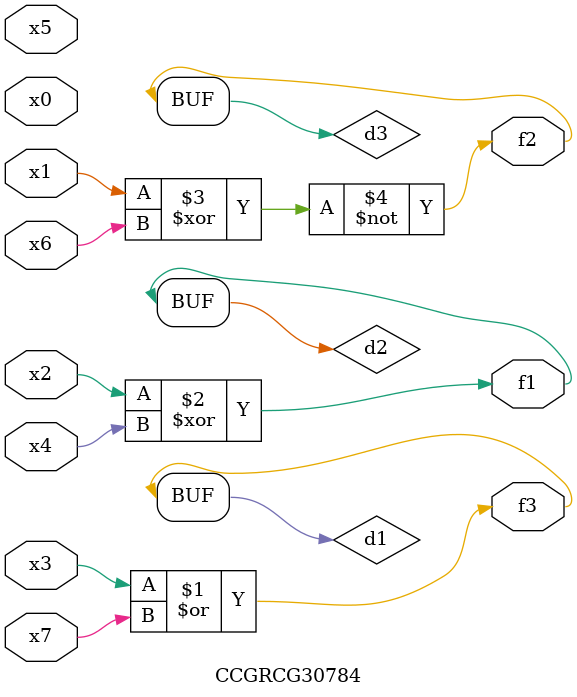
<source format=v>
module CCGRCG30784(
	input x0, x1, x2, x3, x4, x5, x6, x7,
	output f1, f2, f3
);

	wire d1, d2, d3;

	or (d1, x3, x7);
	xor (d2, x2, x4);
	xnor (d3, x1, x6);
	assign f1 = d2;
	assign f2 = d3;
	assign f3 = d1;
endmodule

</source>
